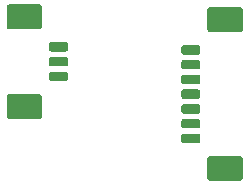
<source format=gbr>
G04 #@! TF.GenerationSoftware,KiCad,Pcbnew,(5.1.5)-3*
G04 #@! TF.CreationDate,2020-03-19T11:24:29+02:00*
G04 #@! TF.ProjectId,LeftPanel,4c656674-5061-46e6-956c-2e6b69636164,rev?*
G04 #@! TF.SameCoordinates,Original*
G04 #@! TF.FileFunction,Soldermask,Bot*
G04 #@! TF.FilePolarity,Negative*
%FSLAX46Y46*%
G04 Gerber Fmt 4.6, Leading zero omitted, Abs format (unit mm)*
G04 Created by KiCad (PCBNEW (5.1.5)-3) date 2020-03-19 11:24:29*
%MOMM*%
%LPD*%
G04 APERTURE LIST*
%ADD10C,0.100000*%
G04 APERTURE END LIST*
D10*
G36*
X71019603Y-157100963D02*
G01*
X71039018Y-157103843D01*
X71058057Y-157108612D01*
X71076537Y-157115224D01*
X71094279Y-157123616D01*
X71111114Y-157133706D01*
X71126879Y-157145398D01*
X71141421Y-157158579D01*
X71154602Y-157173121D01*
X71166294Y-157188886D01*
X71176384Y-157205721D01*
X71184776Y-157223463D01*
X71191388Y-157241943D01*
X71196157Y-157260982D01*
X71199037Y-157280397D01*
X71200000Y-157300000D01*
X71200000Y-157700000D01*
X71199037Y-157719603D01*
X71196157Y-157739018D01*
X71191388Y-157758057D01*
X71184776Y-157776537D01*
X71176384Y-157794279D01*
X71166294Y-157811114D01*
X71154602Y-157826879D01*
X71141421Y-157841421D01*
X71126879Y-157854602D01*
X71111114Y-157866294D01*
X71094279Y-157876384D01*
X71076537Y-157884776D01*
X71058057Y-157891388D01*
X71039018Y-157896157D01*
X71019603Y-157899037D01*
X71000000Y-157900000D01*
X69800000Y-157900000D01*
X69780397Y-157899037D01*
X69760982Y-157896157D01*
X69741943Y-157891388D01*
X69723463Y-157884776D01*
X69705721Y-157876384D01*
X69688886Y-157866294D01*
X69673121Y-157854602D01*
X69658579Y-157841421D01*
X69645398Y-157826879D01*
X69633706Y-157811114D01*
X69623616Y-157794279D01*
X69615224Y-157776537D01*
X69608612Y-157758057D01*
X69603843Y-157739018D01*
X69600963Y-157719603D01*
X69600000Y-157700000D01*
X69600000Y-157300000D01*
X69600963Y-157280397D01*
X69603843Y-157260982D01*
X69608612Y-157241943D01*
X69615224Y-157223463D01*
X69623616Y-157205721D01*
X69633706Y-157188886D01*
X69645398Y-157173121D01*
X69658579Y-157158579D01*
X69673121Y-157145398D01*
X69688886Y-157133706D01*
X69705721Y-157123616D01*
X69723463Y-157115224D01*
X69741943Y-157108612D01*
X69760982Y-157103843D01*
X69780397Y-157100963D01*
X69800000Y-157100000D01*
X71000000Y-157100000D01*
X71019603Y-157100963D01*
G37*
G36*
X71019603Y-155850963D02*
G01*
X71039018Y-155853843D01*
X71058057Y-155858612D01*
X71076537Y-155865224D01*
X71094279Y-155873616D01*
X71111114Y-155883706D01*
X71126879Y-155895398D01*
X71141421Y-155908579D01*
X71154602Y-155923121D01*
X71166294Y-155938886D01*
X71176384Y-155955721D01*
X71184776Y-155973463D01*
X71191388Y-155991943D01*
X71196157Y-156010982D01*
X71199037Y-156030397D01*
X71200000Y-156050000D01*
X71200000Y-156450000D01*
X71199037Y-156469603D01*
X71196157Y-156489018D01*
X71191388Y-156508057D01*
X71184776Y-156526537D01*
X71176384Y-156544279D01*
X71166294Y-156561114D01*
X71154602Y-156576879D01*
X71141421Y-156591421D01*
X71126879Y-156604602D01*
X71111114Y-156616294D01*
X71094279Y-156626384D01*
X71076537Y-156634776D01*
X71058057Y-156641388D01*
X71039018Y-156646157D01*
X71019603Y-156649037D01*
X71000000Y-156650000D01*
X69800000Y-156650000D01*
X69780397Y-156649037D01*
X69760982Y-156646157D01*
X69741943Y-156641388D01*
X69723463Y-156634776D01*
X69705721Y-156626384D01*
X69688886Y-156616294D01*
X69673121Y-156604602D01*
X69658579Y-156591421D01*
X69645398Y-156576879D01*
X69633706Y-156561114D01*
X69623616Y-156544279D01*
X69615224Y-156526537D01*
X69608612Y-156508057D01*
X69603843Y-156489018D01*
X69600963Y-156469603D01*
X69600000Y-156450000D01*
X69600000Y-156050000D01*
X69600963Y-156030397D01*
X69603843Y-156010982D01*
X69608612Y-155991943D01*
X69615224Y-155973463D01*
X69623616Y-155955721D01*
X69633706Y-155938886D01*
X69645398Y-155923121D01*
X69658579Y-155908579D01*
X69673121Y-155895398D01*
X69688886Y-155883706D01*
X69705721Y-155873616D01*
X69723463Y-155865224D01*
X69741943Y-155858612D01*
X69760982Y-155853843D01*
X69780397Y-155850963D01*
X69800000Y-155850000D01*
X71000000Y-155850000D01*
X71019603Y-155850963D01*
G37*
G36*
X71019603Y-154600963D02*
G01*
X71039018Y-154603843D01*
X71058057Y-154608612D01*
X71076537Y-154615224D01*
X71094279Y-154623616D01*
X71111114Y-154633706D01*
X71126879Y-154645398D01*
X71141421Y-154658579D01*
X71154602Y-154673121D01*
X71166294Y-154688886D01*
X71176384Y-154705721D01*
X71184776Y-154723463D01*
X71191388Y-154741943D01*
X71196157Y-154760982D01*
X71199037Y-154780397D01*
X71200000Y-154800000D01*
X71200000Y-155200000D01*
X71199037Y-155219603D01*
X71196157Y-155239018D01*
X71191388Y-155258057D01*
X71184776Y-155276537D01*
X71176384Y-155294279D01*
X71166294Y-155311114D01*
X71154602Y-155326879D01*
X71141421Y-155341421D01*
X71126879Y-155354602D01*
X71111114Y-155366294D01*
X71094279Y-155376384D01*
X71076537Y-155384776D01*
X71058057Y-155391388D01*
X71039018Y-155396157D01*
X71019603Y-155399037D01*
X71000000Y-155400000D01*
X69800000Y-155400000D01*
X69780397Y-155399037D01*
X69760982Y-155396157D01*
X69741943Y-155391388D01*
X69723463Y-155384776D01*
X69705721Y-155376384D01*
X69688886Y-155366294D01*
X69673121Y-155354602D01*
X69658579Y-155341421D01*
X69645398Y-155326879D01*
X69633706Y-155311114D01*
X69623616Y-155294279D01*
X69615224Y-155276537D01*
X69608612Y-155258057D01*
X69603843Y-155239018D01*
X69600963Y-155219603D01*
X69600000Y-155200000D01*
X69600000Y-154800000D01*
X69600963Y-154780397D01*
X69603843Y-154760982D01*
X69608612Y-154741943D01*
X69615224Y-154723463D01*
X69623616Y-154705721D01*
X69633706Y-154688886D01*
X69645398Y-154673121D01*
X69658579Y-154658579D01*
X69673121Y-154645398D01*
X69688886Y-154633706D01*
X69705721Y-154623616D01*
X69723463Y-154615224D01*
X69741943Y-154608612D01*
X69760982Y-154603843D01*
X69780397Y-154600963D01*
X69800000Y-154600000D01*
X71000000Y-154600000D01*
X71019603Y-154600963D01*
G37*
G36*
X68774504Y-159001204D02*
G01*
X68798773Y-159004804D01*
X68822571Y-159010765D01*
X68845671Y-159019030D01*
X68867849Y-159029520D01*
X68888893Y-159042133D01*
X68908598Y-159056747D01*
X68926777Y-159073223D01*
X68943253Y-159091402D01*
X68957867Y-159111107D01*
X68970480Y-159132151D01*
X68980970Y-159154329D01*
X68989235Y-159177429D01*
X68995196Y-159201227D01*
X68998796Y-159225496D01*
X69000000Y-159250000D01*
X69000000Y-160850000D01*
X68998796Y-160874504D01*
X68995196Y-160898773D01*
X68989235Y-160922571D01*
X68980970Y-160945671D01*
X68970480Y-160967849D01*
X68957867Y-160988893D01*
X68943253Y-161008598D01*
X68926777Y-161026777D01*
X68908598Y-161043253D01*
X68888893Y-161057867D01*
X68867849Y-161070480D01*
X68845671Y-161080970D01*
X68822571Y-161089235D01*
X68798773Y-161095196D01*
X68774504Y-161098796D01*
X68750000Y-161100000D01*
X66250000Y-161100000D01*
X66225496Y-161098796D01*
X66201227Y-161095196D01*
X66177429Y-161089235D01*
X66154329Y-161080970D01*
X66132151Y-161070480D01*
X66111107Y-161057867D01*
X66091402Y-161043253D01*
X66073223Y-161026777D01*
X66056747Y-161008598D01*
X66042133Y-160988893D01*
X66029520Y-160967849D01*
X66019030Y-160945671D01*
X66010765Y-160922571D01*
X66004804Y-160898773D01*
X66001204Y-160874504D01*
X66000000Y-160850000D01*
X66000000Y-159250000D01*
X66001204Y-159225496D01*
X66004804Y-159201227D01*
X66010765Y-159177429D01*
X66019030Y-159154329D01*
X66029520Y-159132151D01*
X66042133Y-159111107D01*
X66056747Y-159091402D01*
X66073223Y-159073223D01*
X66091402Y-159056747D01*
X66111107Y-159042133D01*
X66132151Y-159029520D01*
X66154329Y-159019030D01*
X66177429Y-159010765D01*
X66201227Y-159004804D01*
X66225496Y-159001204D01*
X66250000Y-159000000D01*
X68750000Y-159000000D01*
X68774504Y-159001204D01*
G37*
G36*
X68774504Y-151401204D02*
G01*
X68798773Y-151404804D01*
X68822571Y-151410765D01*
X68845671Y-151419030D01*
X68867849Y-151429520D01*
X68888893Y-151442133D01*
X68908598Y-151456747D01*
X68926777Y-151473223D01*
X68943253Y-151491402D01*
X68957867Y-151511107D01*
X68970480Y-151532151D01*
X68980970Y-151554329D01*
X68989235Y-151577429D01*
X68995196Y-151601227D01*
X68998796Y-151625496D01*
X69000000Y-151650000D01*
X69000000Y-153250000D01*
X68998796Y-153274504D01*
X68995196Y-153298773D01*
X68989235Y-153322571D01*
X68980970Y-153345671D01*
X68970480Y-153367849D01*
X68957867Y-153388893D01*
X68943253Y-153408598D01*
X68926777Y-153426777D01*
X68908598Y-153443253D01*
X68888893Y-153457867D01*
X68867849Y-153470480D01*
X68845671Y-153480970D01*
X68822571Y-153489235D01*
X68798773Y-153495196D01*
X68774504Y-153498796D01*
X68750000Y-153500000D01*
X66250000Y-153500000D01*
X66225496Y-153498796D01*
X66201227Y-153495196D01*
X66177429Y-153489235D01*
X66154329Y-153480970D01*
X66132151Y-153470480D01*
X66111107Y-153457867D01*
X66091402Y-153443253D01*
X66073223Y-153426777D01*
X66056747Y-153408598D01*
X66042133Y-153388893D01*
X66029520Y-153367849D01*
X66019030Y-153345671D01*
X66010765Y-153322571D01*
X66004804Y-153298773D01*
X66001204Y-153274504D01*
X66000000Y-153250000D01*
X66000000Y-151650000D01*
X66001204Y-151625496D01*
X66004804Y-151601227D01*
X66010765Y-151577429D01*
X66019030Y-151554329D01*
X66029520Y-151532151D01*
X66042133Y-151511107D01*
X66056747Y-151491402D01*
X66073223Y-151473223D01*
X66091402Y-151456747D01*
X66111107Y-151442133D01*
X66132151Y-151429520D01*
X66154329Y-151419030D01*
X66177429Y-151410765D01*
X66201227Y-151404804D01*
X66225496Y-151401204D01*
X66250000Y-151400000D01*
X68750000Y-151400000D01*
X68774504Y-151401204D01*
G37*
G36*
X82219603Y-154850963D02*
G01*
X82239018Y-154853843D01*
X82258057Y-154858612D01*
X82276537Y-154865224D01*
X82294279Y-154873616D01*
X82311114Y-154883706D01*
X82326879Y-154895398D01*
X82341421Y-154908579D01*
X82354602Y-154923121D01*
X82366294Y-154938886D01*
X82376384Y-154955721D01*
X82384776Y-154973463D01*
X82391388Y-154991943D01*
X82396157Y-155010982D01*
X82399037Y-155030397D01*
X82400000Y-155050000D01*
X82400000Y-155450000D01*
X82399037Y-155469603D01*
X82396157Y-155489018D01*
X82391388Y-155508057D01*
X82384776Y-155526537D01*
X82376384Y-155544279D01*
X82366294Y-155561114D01*
X82354602Y-155576879D01*
X82341421Y-155591421D01*
X82326879Y-155604602D01*
X82311114Y-155616294D01*
X82294279Y-155626384D01*
X82276537Y-155634776D01*
X82258057Y-155641388D01*
X82239018Y-155646157D01*
X82219603Y-155649037D01*
X82200000Y-155650000D01*
X81000000Y-155650000D01*
X80980397Y-155649037D01*
X80960982Y-155646157D01*
X80941943Y-155641388D01*
X80923463Y-155634776D01*
X80905721Y-155626384D01*
X80888886Y-155616294D01*
X80873121Y-155604602D01*
X80858579Y-155591421D01*
X80845398Y-155576879D01*
X80833706Y-155561114D01*
X80823616Y-155544279D01*
X80815224Y-155526537D01*
X80808612Y-155508057D01*
X80803843Y-155489018D01*
X80800963Y-155469603D01*
X80800000Y-155450000D01*
X80800000Y-155050000D01*
X80800963Y-155030397D01*
X80803843Y-155010982D01*
X80808612Y-154991943D01*
X80815224Y-154973463D01*
X80823616Y-154955721D01*
X80833706Y-154938886D01*
X80845398Y-154923121D01*
X80858579Y-154908579D01*
X80873121Y-154895398D01*
X80888886Y-154883706D01*
X80905721Y-154873616D01*
X80923463Y-154865224D01*
X80941943Y-154858612D01*
X80960982Y-154853843D01*
X80980397Y-154850963D01*
X81000000Y-154850000D01*
X82200000Y-154850000D01*
X82219603Y-154850963D01*
G37*
G36*
X82219603Y-156100963D02*
G01*
X82239018Y-156103843D01*
X82258057Y-156108612D01*
X82276537Y-156115224D01*
X82294279Y-156123616D01*
X82311114Y-156133706D01*
X82326879Y-156145398D01*
X82341421Y-156158579D01*
X82354602Y-156173121D01*
X82366294Y-156188886D01*
X82376384Y-156205721D01*
X82384776Y-156223463D01*
X82391388Y-156241943D01*
X82396157Y-156260982D01*
X82399037Y-156280397D01*
X82400000Y-156300000D01*
X82400000Y-156700000D01*
X82399037Y-156719603D01*
X82396157Y-156739018D01*
X82391388Y-156758057D01*
X82384776Y-156776537D01*
X82376384Y-156794279D01*
X82366294Y-156811114D01*
X82354602Y-156826879D01*
X82341421Y-156841421D01*
X82326879Y-156854602D01*
X82311114Y-156866294D01*
X82294279Y-156876384D01*
X82276537Y-156884776D01*
X82258057Y-156891388D01*
X82239018Y-156896157D01*
X82219603Y-156899037D01*
X82200000Y-156900000D01*
X81000000Y-156900000D01*
X80980397Y-156899037D01*
X80960982Y-156896157D01*
X80941943Y-156891388D01*
X80923463Y-156884776D01*
X80905721Y-156876384D01*
X80888886Y-156866294D01*
X80873121Y-156854602D01*
X80858579Y-156841421D01*
X80845398Y-156826879D01*
X80833706Y-156811114D01*
X80823616Y-156794279D01*
X80815224Y-156776537D01*
X80808612Y-156758057D01*
X80803843Y-156739018D01*
X80800963Y-156719603D01*
X80800000Y-156700000D01*
X80800000Y-156300000D01*
X80800963Y-156280397D01*
X80803843Y-156260982D01*
X80808612Y-156241943D01*
X80815224Y-156223463D01*
X80823616Y-156205721D01*
X80833706Y-156188886D01*
X80845398Y-156173121D01*
X80858579Y-156158579D01*
X80873121Y-156145398D01*
X80888886Y-156133706D01*
X80905721Y-156123616D01*
X80923463Y-156115224D01*
X80941943Y-156108612D01*
X80960982Y-156103843D01*
X80980397Y-156100963D01*
X81000000Y-156100000D01*
X82200000Y-156100000D01*
X82219603Y-156100963D01*
G37*
G36*
X82219603Y-157350963D02*
G01*
X82239018Y-157353843D01*
X82258057Y-157358612D01*
X82276537Y-157365224D01*
X82294279Y-157373616D01*
X82311114Y-157383706D01*
X82326879Y-157395398D01*
X82341421Y-157408579D01*
X82354602Y-157423121D01*
X82366294Y-157438886D01*
X82376384Y-157455721D01*
X82384776Y-157473463D01*
X82391388Y-157491943D01*
X82396157Y-157510982D01*
X82399037Y-157530397D01*
X82400000Y-157550000D01*
X82400000Y-157950000D01*
X82399037Y-157969603D01*
X82396157Y-157989018D01*
X82391388Y-158008057D01*
X82384776Y-158026537D01*
X82376384Y-158044279D01*
X82366294Y-158061114D01*
X82354602Y-158076879D01*
X82341421Y-158091421D01*
X82326879Y-158104602D01*
X82311114Y-158116294D01*
X82294279Y-158126384D01*
X82276537Y-158134776D01*
X82258057Y-158141388D01*
X82239018Y-158146157D01*
X82219603Y-158149037D01*
X82200000Y-158150000D01*
X81000000Y-158150000D01*
X80980397Y-158149037D01*
X80960982Y-158146157D01*
X80941943Y-158141388D01*
X80923463Y-158134776D01*
X80905721Y-158126384D01*
X80888886Y-158116294D01*
X80873121Y-158104602D01*
X80858579Y-158091421D01*
X80845398Y-158076879D01*
X80833706Y-158061114D01*
X80823616Y-158044279D01*
X80815224Y-158026537D01*
X80808612Y-158008057D01*
X80803843Y-157989018D01*
X80800963Y-157969603D01*
X80800000Y-157950000D01*
X80800000Y-157550000D01*
X80800963Y-157530397D01*
X80803843Y-157510982D01*
X80808612Y-157491943D01*
X80815224Y-157473463D01*
X80823616Y-157455721D01*
X80833706Y-157438886D01*
X80845398Y-157423121D01*
X80858579Y-157408579D01*
X80873121Y-157395398D01*
X80888886Y-157383706D01*
X80905721Y-157373616D01*
X80923463Y-157365224D01*
X80941943Y-157358612D01*
X80960982Y-157353843D01*
X80980397Y-157350963D01*
X81000000Y-157350000D01*
X82200000Y-157350000D01*
X82219603Y-157350963D01*
G37*
G36*
X82219603Y-158600963D02*
G01*
X82239018Y-158603843D01*
X82258057Y-158608612D01*
X82276537Y-158615224D01*
X82294279Y-158623616D01*
X82311114Y-158633706D01*
X82326879Y-158645398D01*
X82341421Y-158658579D01*
X82354602Y-158673121D01*
X82366294Y-158688886D01*
X82376384Y-158705721D01*
X82384776Y-158723463D01*
X82391388Y-158741943D01*
X82396157Y-158760982D01*
X82399037Y-158780397D01*
X82400000Y-158800000D01*
X82400000Y-159200000D01*
X82399037Y-159219603D01*
X82396157Y-159239018D01*
X82391388Y-159258057D01*
X82384776Y-159276537D01*
X82376384Y-159294279D01*
X82366294Y-159311114D01*
X82354602Y-159326879D01*
X82341421Y-159341421D01*
X82326879Y-159354602D01*
X82311114Y-159366294D01*
X82294279Y-159376384D01*
X82276537Y-159384776D01*
X82258057Y-159391388D01*
X82239018Y-159396157D01*
X82219603Y-159399037D01*
X82200000Y-159400000D01*
X81000000Y-159400000D01*
X80980397Y-159399037D01*
X80960982Y-159396157D01*
X80941943Y-159391388D01*
X80923463Y-159384776D01*
X80905721Y-159376384D01*
X80888886Y-159366294D01*
X80873121Y-159354602D01*
X80858579Y-159341421D01*
X80845398Y-159326879D01*
X80833706Y-159311114D01*
X80823616Y-159294279D01*
X80815224Y-159276537D01*
X80808612Y-159258057D01*
X80803843Y-159239018D01*
X80800963Y-159219603D01*
X80800000Y-159200000D01*
X80800000Y-158800000D01*
X80800963Y-158780397D01*
X80803843Y-158760982D01*
X80808612Y-158741943D01*
X80815224Y-158723463D01*
X80823616Y-158705721D01*
X80833706Y-158688886D01*
X80845398Y-158673121D01*
X80858579Y-158658579D01*
X80873121Y-158645398D01*
X80888886Y-158633706D01*
X80905721Y-158623616D01*
X80923463Y-158615224D01*
X80941943Y-158608612D01*
X80960982Y-158603843D01*
X80980397Y-158600963D01*
X81000000Y-158600000D01*
X82200000Y-158600000D01*
X82219603Y-158600963D01*
G37*
G36*
X82219603Y-159850963D02*
G01*
X82239018Y-159853843D01*
X82258057Y-159858612D01*
X82276537Y-159865224D01*
X82294279Y-159873616D01*
X82311114Y-159883706D01*
X82326879Y-159895398D01*
X82341421Y-159908579D01*
X82354602Y-159923121D01*
X82366294Y-159938886D01*
X82376384Y-159955721D01*
X82384776Y-159973463D01*
X82391388Y-159991943D01*
X82396157Y-160010982D01*
X82399037Y-160030397D01*
X82400000Y-160050000D01*
X82400000Y-160450000D01*
X82399037Y-160469603D01*
X82396157Y-160489018D01*
X82391388Y-160508057D01*
X82384776Y-160526537D01*
X82376384Y-160544279D01*
X82366294Y-160561114D01*
X82354602Y-160576879D01*
X82341421Y-160591421D01*
X82326879Y-160604602D01*
X82311114Y-160616294D01*
X82294279Y-160626384D01*
X82276537Y-160634776D01*
X82258057Y-160641388D01*
X82239018Y-160646157D01*
X82219603Y-160649037D01*
X82200000Y-160650000D01*
X81000000Y-160650000D01*
X80980397Y-160649037D01*
X80960982Y-160646157D01*
X80941943Y-160641388D01*
X80923463Y-160634776D01*
X80905721Y-160626384D01*
X80888886Y-160616294D01*
X80873121Y-160604602D01*
X80858579Y-160591421D01*
X80845398Y-160576879D01*
X80833706Y-160561114D01*
X80823616Y-160544279D01*
X80815224Y-160526537D01*
X80808612Y-160508057D01*
X80803843Y-160489018D01*
X80800963Y-160469603D01*
X80800000Y-160450000D01*
X80800000Y-160050000D01*
X80800963Y-160030397D01*
X80803843Y-160010982D01*
X80808612Y-159991943D01*
X80815224Y-159973463D01*
X80823616Y-159955721D01*
X80833706Y-159938886D01*
X80845398Y-159923121D01*
X80858579Y-159908579D01*
X80873121Y-159895398D01*
X80888886Y-159883706D01*
X80905721Y-159873616D01*
X80923463Y-159865224D01*
X80941943Y-159858612D01*
X80960982Y-159853843D01*
X80980397Y-159850963D01*
X81000000Y-159850000D01*
X82200000Y-159850000D01*
X82219603Y-159850963D01*
G37*
G36*
X82219603Y-161100963D02*
G01*
X82239018Y-161103843D01*
X82258057Y-161108612D01*
X82276537Y-161115224D01*
X82294279Y-161123616D01*
X82311114Y-161133706D01*
X82326879Y-161145398D01*
X82341421Y-161158579D01*
X82354602Y-161173121D01*
X82366294Y-161188886D01*
X82376384Y-161205721D01*
X82384776Y-161223463D01*
X82391388Y-161241943D01*
X82396157Y-161260982D01*
X82399037Y-161280397D01*
X82400000Y-161300000D01*
X82400000Y-161700000D01*
X82399037Y-161719603D01*
X82396157Y-161739018D01*
X82391388Y-161758057D01*
X82384776Y-161776537D01*
X82376384Y-161794279D01*
X82366294Y-161811114D01*
X82354602Y-161826879D01*
X82341421Y-161841421D01*
X82326879Y-161854602D01*
X82311114Y-161866294D01*
X82294279Y-161876384D01*
X82276537Y-161884776D01*
X82258057Y-161891388D01*
X82239018Y-161896157D01*
X82219603Y-161899037D01*
X82200000Y-161900000D01*
X81000000Y-161900000D01*
X80980397Y-161899037D01*
X80960982Y-161896157D01*
X80941943Y-161891388D01*
X80923463Y-161884776D01*
X80905721Y-161876384D01*
X80888886Y-161866294D01*
X80873121Y-161854602D01*
X80858579Y-161841421D01*
X80845398Y-161826879D01*
X80833706Y-161811114D01*
X80823616Y-161794279D01*
X80815224Y-161776537D01*
X80808612Y-161758057D01*
X80803843Y-161739018D01*
X80800963Y-161719603D01*
X80800000Y-161700000D01*
X80800000Y-161300000D01*
X80800963Y-161280397D01*
X80803843Y-161260982D01*
X80808612Y-161241943D01*
X80815224Y-161223463D01*
X80823616Y-161205721D01*
X80833706Y-161188886D01*
X80845398Y-161173121D01*
X80858579Y-161158579D01*
X80873121Y-161145398D01*
X80888886Y-161133706D01*
X80905721Y-161123616D01*
X80923463Y-161115224D01*
X80941943Y-161108612D01*
X80960982Y-161103843D01*
X80980397Y-161100963D01*
X81000000Y-161100000D01*
X82200000Y-161100000D01*
X82219603Y-161100963D01*
G37*
G36*
X82219603Y-162350963D02*
G01*
X82239018Y-162353843D01*
X82258057Y-162358612D01*
X82276537Y-162365224D01*
X82294279Y-162373616D01*
X82311114Y-162383706D01*
X82326879Y-162395398D01*
X82341421Y-162408579D01*
X82354602Y-162423121D01*
X82366294Y-162438886D01*
X82376384Y-162455721D01*
X82384776Y-162473463D01*
X82391388Y-162491943D01*
X82396157Y-162510982D01*
X82399037Y-162530397D01*
X82400000Y-162550000D01*
X82400000Y-162950000D01*
X82399037Y-162969603D01*
X82396157Y-162989018D01*
X82391388Y-163008057D01*
X82384776Y-163026537D01*
X82376384Y-163044279D01*
X82366294Y-163061114D01*
X82354602Y-163076879D01*
X82341421Y-163091421D01*
X82326879Y-163104602D01*
X82311114Y-163116294D01*
X82294279Y-163126384D01*
X82276537Y-163134776D01*
X82258057Y-163141388D01*
X82239018Y-163146157D01*
X82219603Y-163149037D01*
X82200000Y-163150000D01*
X81000000Y-163150000D01*
X80980397Y-163149037D01*
X80960982Y-163146157D01*
X80941943Y-163141388D01*
X80923463Y-163134776D01*
X80905721Y-163126384D01*
X80888886Y-163116294D01*
X80873121Y-163104602D01*
X80858579Y-163091421D01*
X80845398Y-163076879D01*
X80833706Y-163061114D01*
X80823616Y-163044279D01*
X80815224Y-163026537D01*
X80808612Y-163008057D01*
X80803843Y-162989018D01*
X80800963Y-162969603D01*
X80800000Y-162950000D01*
X80800000Y-162550000D01*
X80800963Y-162530397D01*
X80803843Y-162510982D01*
X80808612Y-162491943D01*
X80815224Y-162473463D01*
X80823616Y-162455721D01*
X80833706Y-162438886D01*
X80845398Y-162423121D01*
X80858579Y-162408579D01*
X80873121Y-162395398D01*
X80888886Y-162383706D01*
X80905721Y-162373616D01*
X80923463Y-162365224D01*
X80941943Y-162358612D01*
X80960982Y-162353843D01*
X80980397Y-162350963D01*
X81000000Y-162350000D01*
X82200000Y-162350000D01*
X82219603Y-162350963D01*
G37*
G36*
X85774504Y-151651204D02*
G01*
X85798773Y-151654804D01*
X85822571Y-151660765D01*
X85845671Y-151669030D01*
X85867849Y-151679520D01*
X85888893Y-151692133D01*
X85908598Y-151706747D01*
X85926777Y-151723223D01*
X85943253Y-151741402D01*
X85957867Y-151761107D01*
X85970480Y-151782151D01*
X85980970Y-151804329D01*
X85989235Y-151827429D01*
X85995196Y-151851227D01*
X85998796Y-151875496D01*
X86000000Y-151900000D01*
X86000000Y-153500000D01*
X85998796Y-153524504D01*
X85995196Y-153548773D01*
X85989235Y-153572571D01*
X85980970Y-153595671D01*
X85970480Y-153617849D01*
X85957867Y-153638893D01*
X85943253Y-153658598D01*
X85926777Y-153676777D01*
X85908598Y-153693253D01*
X85888893Y-153707867D01*
X85867849Y-153720480D01*
X85845671Y-153730970D01*
X85822571Y-153739235D01*
X85798773Y-153745196D01*
X85774504Y-153748796D01*
X85750000Y-153750000D01*
X83250000Y-153750000D01*
X83225496Y-153748796D01*
X83201227Y-153745196D01*
X83177429Y-153739235D01*
X83154329Y-153730970D01*
X83132151Y-153720480D01*
X83111107Y-153707867D01*
X83091402Y-153693253D01*
X83073223Y-153676777D01*
X83056747Y-153658598D01*
X83042133Y-153638893D01*
X83029520Y-153617849D01*
X83019030Y-153595671D01*
X83010765Y-153572571D01*
X83004804Y-153548773D01*
X83001204Y-153524504D01*
X83000000Y-153500000D01*
X83000000Y-151900000D01*
X83001204Y-151875496D01*
X83004804Y-151851227D01*
X83010765Y-151827429D01*
X83019030Y-151804329D01*
X83029520Y-151782151D01*
X83042133Y-151761107D01*
X83056747Y-151741402D01*
X83073223Y-151723223D01*
X83091402Y-151706747D01*
X83111107Y-151692133D01*
X83132151Y-151679520D01*
X83154329Y-151669030D01*
X83177429Y-151660765D01*
X83201227Y-151654804D01*
X83225496Y-151651204D01*
X83250000Y-151650000D01*
X85750000Y-151650000D01*
X85774504Y-151651204D01*
G37*
G36*
X85774504Y-164251204D02*
G01*
X85798773Y-164254804D01*
X85822571Y-164260765D01*
X85845671Y-164269030D01*
X85867849Y-164279520D01*
X85888893Y-164292133D01*
X85908598Y-164306747D01*
X85926777Y-164323223D01*
X85943253Y-164341402D01*
X85957867Y-164361107D01*
X85970480Y-164382151D01*
X85980970Y-164404329D01*
X85989235Y-164427429D01*
X85995196Y-164451227D01*
X85998796Y-164475496D01*
X86000000Y-164500000D01*
X86000000Y-166100000D01*
X85998796Y-166124504D01*
X85995196Y-166148773D01*
X85989235Y-166172571D01*
X85980970Y-166195671D01*
X85970480Y-166217849D01*
X85957867Y-166238893D01*
X85943253Y-166258598D01*
X85926777Y-166276777D01*
X85908598Y-166293253D01*
X85888893Y-166307867D01*
X85867849Y-166320480D01*
X85845671Y-166330970D01*
X85822571Y-166339235D01*
X85798773Y-166345196D01*
X85774504Y-166348796D01*
X85750000Y-166350000D01*
X83250000Y-166350000D01*
X83225496Y-166348796D01*
X83201227Y-166345196D01*
X83177429Y-166339235D01*
X83154329Y-166330970D01*
X83132151Y-166320480D01*
X83111107Y-166307867D01*
X83091402Y-166293253D01*
X83073223Y-166276777D01*
X83056747Y-166258598D01*
X83042133Y-166238893D01*
X83029520Y-166217849D01*
X83019030Y-166195671D01*
X83010765Y-166172571D01*
X83004804Y-166148773D01*
X83001204Y-166124504D01*
X83000000Y-166100000D01*
X83000000Y-164500000D01*
X83001204Y-164475496D01*
X83004804Y-164451227D01*
X83010765Y-164427429D01*
X83019030Y-164404329D01*
X83029520Y-164382151D01*
X83042133Y-164361107D01*
X83056747Y-164341402D01*
X83073223Y-164323223D01*
X83091402Y-164306747D01*
X83111107Y-164292133D01*
X83132151Y-164279520D01*
X83154329Y-164269030D01*
X83177429Y-164260765D01*
X83201227Y-164254804D01*
X83225496Y-164251204D01*
X83250000Y-164250000D01*
X85750000Y-164250000D01*
X85774504Y-164251204D01*
G37*
M02*

</source>
